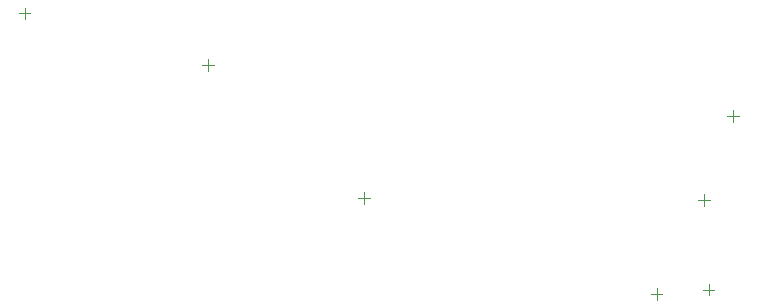
<source format=gbr>
%TF.GenerationSoftware,Altium Limited,Altium Designer,21.6.4 (81)*%
G04 Layer_Color=32896*
%FSLAX43Y43*%
%MOMM*%
%TF.SameCoordinates,3FCC9EDD-E33D-4AE7-AC82-89E58AA9E509*%
%TF.FilePolarity,Positive*%
%TF.FileFunction,Other,Bottom_Component_Center*%
%TF.Part,Single*%
G01*
G75*
%TA.AperFunction,NonConductor*%
%ADD120C,0.100*%
D120*
X67503Y12673D02*
Y13673D01*
X67003Y13173D02*
X68003D01*
X67894Y5109D02*
Y6109D01*
X67394Y5609D02*
X68394D01*
X63491Y4718D02*
Y5718D01*
X62991Y5218D02*
X63991D01*
X9982Y28481D02*
Y29481D01*
X9482Y28981D02*
X10482D01*
X69952Y19769D02*
Y20769D01*
X69452Y20269D02*
X70452D01*
X38210Y13360D02*
X39210D01*
X38710Y12860D02*
Y13860D01*
X25527Y24087D02*
Y25087D01*
X25027Y24587D02*
X26027D01*
%TF.MD5,b96c6897de358304394a28c324fbd699*%
M02*

</source>
